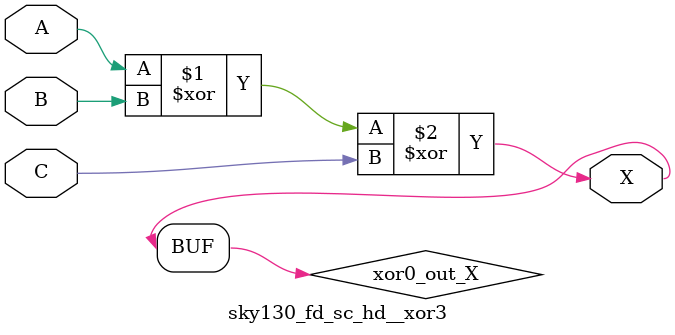
<source format=v>
/*
 * Copyright 2020 The SkyWater PDK Authors
 *
 * Licensed under the Apache License, Version 2.0 (the "License");
 * you may not use this file except in compliance with the License.
 * You may obtain a copy of the License at
 *
 *     https://www.apache.org/licenses/LICENSE-2.0
 *
 * Unless required by applicable law or agreed to in writing, software
 * distributed under the License is distributed on an "AS IS" BASIS,
 * WITHOUT WARRANTIES OR CONDITIONS OF ANY KIND, either express or implied.
 * See the License for the specific language governing permissions and
 * limitations under the License.
 *
 * SPDX-License-Identifier: Apache-2.0
*/


`ifndef SKY130_FD_SC_HD__XOR3_FUNCTIONAL_V
`define SKY130_FD_SC_HD__XOR3_FUNCTIONAL_V

/**
 * xor3: 3-input exclusive OR.
 *
 *       X = A ^ B ^ C
 *
 * Verilog simulation functional model.
 */

`timescale 1ns / 1ps
`default_nettype none

`celldefine
module sky130_fd_sc_hd__xor3 (
    X,
    A,
    B,
    C
);

    // Module ports
    output X;
    input  A;
    input  B;
    input  C;

    // Local signals
    wire xor0_out_X;

    //  Name  Output      Other arguments
    xor xor0 (xor0_out_X, A, B, C        );
    buf buf0 (X         , xor0_out_X     );

endmodule
`endcelldefine

`default_nettype wire
`endif  // SKY130_FD_SC_HD__XOR3_FUNCTIONAL_V
</source>
